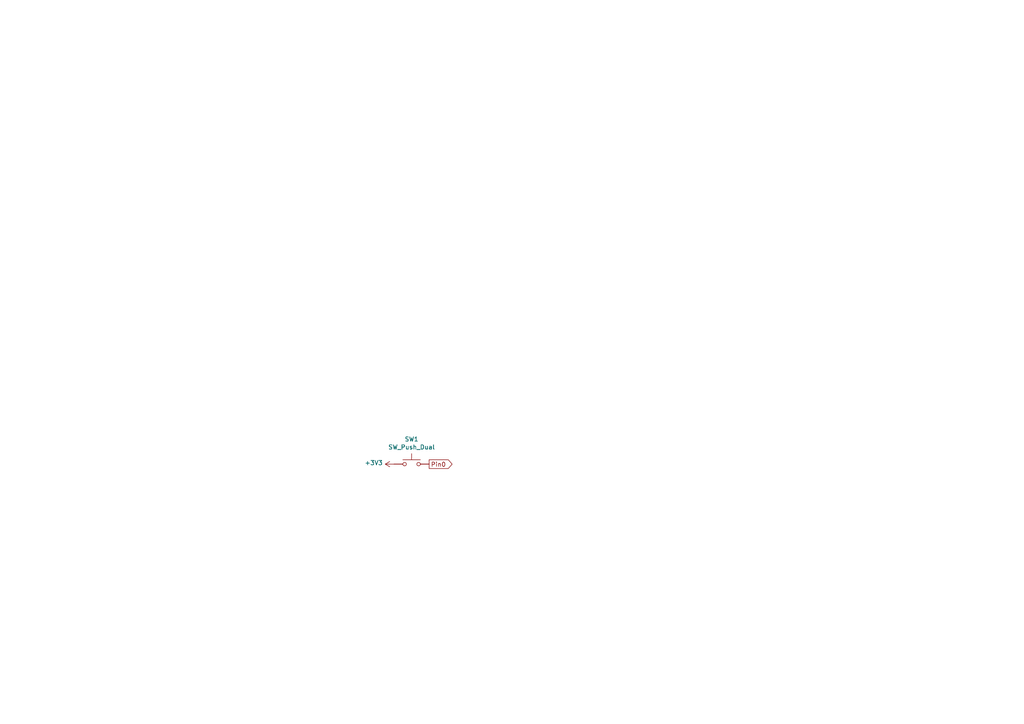
<source format=kicad_sch>
(kicad_sch (version 20211123) (generator eeschema)
  (paper "A4")
  (lib_symbols
    (symbol "Switch:SW_Push" (pin_numbers hide) (pin_names (offset 1.016) hide)
      (property "Reference" "SW" (at 1.27 2.54 0))
      (property "Value" "SW_Push" (at 0 -1.524 0))
      (symbol "SW_Push_0_1"
        (circle (center -2.032 0) (radius 0.508))
        (polyline (pts (xy 0 1.27) (xy 0 3.048)))
        (polyline (pts (xy 2.54 1.27) (xy -2.54 1.27)))
        (circle (center 2.032 0) (radius 0.508))
        (pin passive line (at -5.08 0 0) (length 2.54) (name "1") (number "1"))
        (pin passive line (at 5.08 0 180) (length 2.54) (name "2") (number "2"))
      )
    )
    (symbol "power:+3V3" (power) (pin_names (offset 0))
      (property "Value" "+3V3" (at 0 3.556 0))
      (symbol "+3V3_0_1"
        (polyline (pts (xy -0.762 1.27) (xy 0 2.54)))
        (polyline (pts (xy 0 0) (xy 0 2.54)))
        (polyline (pts (xy 0 2.54) (xy 0.762 1.27)))
      )
      (symbol "+3V3_1_1"
        (pin power_in line (at 0 0 90) (length 0) hide (name "+3V3") (number "1"))
      )
    )
  )
  (global_label "Pin0" (shape output) (at 124.46 134.62 0) (property "Intersheet References" "${INTERSHEET_REFS}" (effects hide)))
  (symbol (lib_id "Switch:SW_Push") (at 119.38 134.62 0) (unit 1)
    (property "Reference" "SW1" (at 119.38 127.381 0))
    (property "Value" "SW_Push_Dual" (at 119.38 129.6924 0))
    (property "Footprint" "Button_Switch_THT:SW_PUSH_6mm_H7.3mm" (effects hide))
    (property "Datasheet" "https://sten-eswitch-13110800-production.s3.amazonaws.com/system/asset/product_line/data_sheet/144/TL1105.pdf" (effects hide))
    (property "Device" "Tactile Switch" (effects hide))
    (property "Description" "SWITCH TACTILE SPST-NO 0.05A 12V" (effects hide))
    (property "Place" "No" (effects hide))
    (property "Dist" "Digikey" (effects hide))
    (property "DistPartNumber" "EG1862-ND" (effects hide))
    (property "DistLink" "https://www.digikey.de/product-detail/en/e-switch/TL1105SPF250Q/EG1862-ND/271559" (effects hide))
  )
  (symbol (lib_id "power:+3V3") (at 114.3 134.62 90) (unit 1)
    (property "Reference" "#PWR?" (effects hide))
    (property "Value" "+3V3" (at 111.0488 134.239 90) (effects (justify left)))
  )
)
</source>
